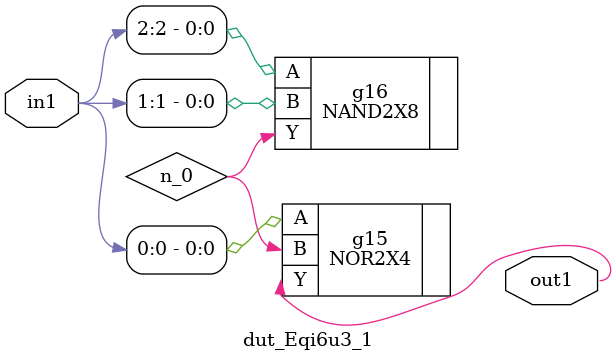
<source format=v>
`timescale 1ps / 1ps


module dut_Eqi6u3_1(in1, out1);
  input [2:0] in1;
  output out1;
  wire [2:0] in1;
  wire out1;
  wire n_0;
  NOR2X4 g15(.A (in1[0]), .B (n_0), .Y (out1));
  NAND2X8 g16(.A (in1[2]), .B (in1[1]), .Y (n_0));
endmodule



</source>
